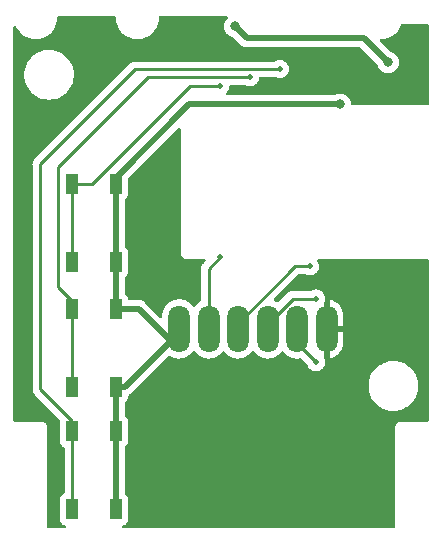
<source format=gbr>
%TF.GenerationSoftware,KiCad,Pcbnew,(6.0.5)*%
%TF.CreationDate,2023-02-05T19:42:25+01:00*%
%TF.ProjectId,PicoMemcard-rp2040zero,5069636f-4d65-46d6-9361-72642d727032,1.3.1*%
%TF.SameCoordinates,Original*%
%TF.FileFunction,Copper,L2,Bot*%
%TF.FilePolarity,Positive*%
%FSLAX46Y46*%
G04 Gerber Fmt 4.6, Leading zero omitted, Abs format (unit mm)*
G04 Created by KiCad (PCBNEW (6.0.5)) date 2023-02-05 19:42:25*
%MOMM*%
%LPD*%
G01*
G04 APERTURE LIST*
%TA.AperFunction,SMDPad,CuDef*%
%ADD10R,1.000000X1.700000*%
%TD*%
%TA.AperFunction,SMDPad,CuDef*%
%ADD11O,1.800000X4.000000*%
%TD*%
%TA.AperFunction,ViaPad*%
%ADD12C,0.800000*%
%TD*%
%TA.AperFunction,ViaPad*%
%ADD13C,0.500000*%
%TD*%
%TA.AperFunction,Conductor*%
%ADD14C,0.254000*%
%TD*%
%TA.AperFunction,Conductor*%
%ADD15C,0.500000*%
%TD*%
G04 APERTURE END LIST*
D10*
%TO.P,3,1,A*%
%TO.N,+3V3*%
X140026000Y-112520000D03*
%TO.P,3,2,B*%
X140026000Y-105920000D03*
%TO.P,3,3,C*%
%TO.N,GP28*%
X136326000Y-112520000D03*
%TO.P,3,4,D*%
X136326000Y-105920000D03*
%TD*%
%TO.P,1,1,A*%
%TO.N,+3V3*%
X140026000Y-91570000D03*
%TO.P,1,2,B*%
X140026000Y-84970000D03*
%TO.P,1,3,C*%
%TO.N,GP26*%
X136326000Y-91570000D03*
%TO.P,1,4,D*%
X136326000Y-84970000D03*
%TD*%
%TO.P,2,1,A*%
%TO.N,+3V3*%
X140026000Y-102160000D03*
%TO.P,2,2,B*%
X140026000Y-95560000D03*
%TO.P,2,3,C*%
%TO.N,GP27*%
X136326000Y-102160000D03*
%TO.P,2,4,D*%
X136326000Y-95560000D03*
%TD*%
D11*
%TO.P,J2,1,Pin_1*%
%TO.N,+3V3*%
X145372000Y-97248000D03*
%TO.P,J2,2,Pin_2*%
%TO.N,CS*%
X147872000Y-97248000D03*
%TO.P,J2,3,Pin_3*%
%TO.N,MOSI*%
X150372000Y-97248000D03*
%TO.P,J2,4,Pin_4*%
%TO.N,SCK*%
X152872000Y-97248000D03*
%TO.P,J2,5,Pin_5*%
%TO.N,MISO*%
X155372000Y-97248000D03*
%TO.P,J2,6,Pin_6*%
%TO.N,GND*%
X157872000Y-97248000D03*
%TD*%
D12*
%TO.N,GND*%
X133096000Y-80772000D03*
X146050000Y-111252000D03*
X142240000Y-92964000D03*
X141478000Y-73914000D03*
X161544000Y-75184000D03*
X156464000Y-102616000D03*
X146304000Y-72136000D03*
X163830000Y-96520000D03*
D13*
%TO.N,GP26*%
X148844000Y-76708000D03*
%TO.N,GP27*%
X151384000Y-75946000D03*
%TO.N,GP28*%
X153924000Y-75252500D03*
%TO.N,MISO*%
X156972000Y-100076000D03*
D12*
%TO.N,+5V*%
X163068000Y-74676000D03*
X150114000Y-71628000D03*
D13*
%TO.N,CS*%
X148844000Y-91186000D03*
%TO.N,SCK*%
X156972000Y-94673500D03*
%TO.N,MOSI*%
X156464000Y-91948000D03*
D12*
%TO.N,+3V3*%
X159004000Y-78232000D03*
%TD*%
D14*
%TO.N,GP26*%
X136326000Y-84970000D02*
X138042000Y-84970000D01*
X138042000Y-84970000D02*
X146304000Y-76708000D01*
X136326000Y-84970000D02*
X136326000Y-91570000D01*
X146304000Y-76708000D02*
X148844000Y-76708000D01*
%TO.N,GP27*%
X135128000Y-93726000D02*
X136326000Y-94924000D01*
X142748000Y-75946000D02*
X135128000Y-83566000D01*
X151384000Y-75946000D02*
X142748000Y-75946000D01*
X136326000Y-95560000D02*
X136326000Y-102160000D01*
X135128000Y-83566000D02*
X135128000Y-93726000D01*
%TO.N,GP28*%
X141663500Y-75252500D02*
X133604000Y-83312000D01*
X136326000Y-105084000D02*
X136326000Y-105920000D01*
X136326000Y-105920000D02*
X136326000Y-112520000D01*
X133604000Y-83312000D02*
X133604000Y-102362000D01*
X133604000Y-102362000D02*
X136326000Y-105084000D01*
X153924000Y-75252500D02*
X141663500Y-75252500D01*
%TO.N,MISO*%
X156972000Y-100076000D02*
X155372000Y-98476000D01*
D15*
%TO.N,+5V*%
X151130000Y-72644000D02*
X150114000Y-71628000D01*
X163068000Y-74676000D02*
X161036000Y-72644000D01*
X161036000Y-72644000D02*
X151130000Y-72644000D01*
D14*
%TO.N,CS*%
X147872000Y-92158000D02*
X147872000Y-97248000D01*
X148844000Y-91186000D02*
X147872000Y-92158000D01*
%TO.N,SCK*%
X156972000Y-94673500D02*
X154992500Y-94673500D01*
X154992500Y-94673500D02*
X152872000Y-96794000D01*
%TO.N,MOSI*%
X150372000Y-96794000D02*
X150372000Y-97248000D01*
X156464000Y-91948000D02*
X155218000Y-91948000D01*
X155218000Y-91948000D02*
X150372000Y-96794000D01*
D15*
%TO.N,+3V3*%
X140026000Y-91570000D02*
X140026000Y-95560000D01*
X140770000Y-102160000D02*
X140026000Y-102160000D01*
X140026000Y-95560000D02*
X141950000Y-95560000D01*
X146234419Y-78232000D02*
X140026000Y-84440419D01*
X140026000Y-102160000D02*
X140026000Y-105920000D01*
X144660000Y-98270000D02*
X140770000Y-102160000D01*
X140026000Y-105920000D02*
X140026000Y-112520000D01*
X141950000Y-95560000D02*
X144660000Y-98270000D01*
X159004000Y-78232000D02*
X146234419Y-78232000D01*
X140026000Y-84970000D02*
X140026000Y-91570000D01*
%TD*%
%TA.AperFunction,Conductor*%
%TO.N,GND*%
G36*
X139980235Y-70770002D02*
G01*
X140026728Y-70823658D01*
X140038105Y-70877535D01*
X140038008Y-70885475D01*
X140036627Y-70894346D01*
X140037448Y-70900622D01*
X140037198Y-70900622D01*
X140055653Y-71158656D01*
X140110642Y-71411437D01*
X140112209Y-71415639D01*
X140112211Y-71415645D01*
X140172155Y-71576360D01*
X140201046Y-71653819D01*
X140203197Y-71657759D01*
X140203201Y-71657767D01*
X140290656Y-71817928D01*
X140325024Y-71880869D01*
X140480053Y-72087963D01*
X140662977Y-72270887D01*
X140870071Y-72425916D01*
X140874025Y-72428075D01*
X141093173Y-72547739D01*
X141093181Y-72547743D01*
X141097121Y-72549894D01*
X141101333Y-72551465D01*
X141335295Y-72638729D01*
X141335301Y-72638731D01*
X141339503Y-72640298D01*
X141343889Y-72641252D01*
X141343892Y-72641253D01*
X141494027Y-72673913D01*
X141592284Y-72695287D01*
X141850318Y-72713742D01*
X141854806Y-72713421D01*
X141855967Y-72713338D01*
X142108352Y-72695287D01*
X142206609Y-72673913D01*
X142356744Y-72641253D01*
X142356747Y-72641252D01*
X142361133Y-72640298D01*
X142365335Y-72638731D01*
X142365341Y-72638729D01*
X142599303Y-72551465D01*
X142603515Y-72549894D01*
X142607455Y-72547743D01*
X142607463Y-72547739D01*
X142826611Y-72428075D01*
X142830565Y-72425916D01*
X143037659Y-72270887D01*
X143220583Y-72087963D01*
X143375612Y-71880869D01*
X143409980Y-71817928D01*
X143497435Y-71657767D01*
X143497439Y-71657759D01*
X143499590Y-71653819D01*
X143528481Y-71576360D01*
X143588425Y-71415645D01*
X143588427Y-71415639D01*
X143589994Y-71411437D01*
X143644983Y-71158656D01*
X143661110Y-70933166D01*
X143662536Y-70921251D01*
X143663087Y-70917977D01*
X143663088Y-70917963D01*
X143663894Y-70913174D01*
X143663968Y-70907135D01*
X143663988Y-70905487D01*
X143663988Y-70905483D01*
X143664047Y-70900622D01*
X143663357Y-70895802D01*
X143663079Y-70893860D01*
X143663184Y-70893136D01*
X143663041Y-70890947D01*
X143663504Y-70890917D01*
X143673223Y-70823592D01*
X143719747Y-70769963D01*
X143787807Y-70750000D01*
X149399048Y-70750000D01*
X149467169Y-70770002D01*
X149513662Y-70823658D01*
X149523766Y-70893932D01*
X149492684Y-70960310D01*
X149398406Y-71065017D01*
X149374960Y-71091056D01*
X149279473Y-71256444D01*
X149220458Y-71438072D01*
X149219768Y-71444633D01*
X149219768Y-71444635D01*
X149204966Y-71585471D01*
X149200496Y-71628000D01*
X149201186Y-71634565D01*
X149215258Y-71768449D01*
X149220458Y-71817928D01*
X149279473Y-71999556D01*
X149374960Y-72164944D01*
X149379378Y-72169851D01*
X149379379Y-72169852D01*
X149469604Y-72270057D01*
X149502747Y-72306866D01*
X149657248Y-72419118D01*
X149663276Y-72421802D01*
X149663278Y-72421803D01*
X149825681Y-72494109D01*
X149831712Y-72496794D01*
X149838167Y-72498166D01*
X149838176Y-72498169D01*
X149894772Y-72510199D01*
X149957669Y-72544350D01*
X150546230Y-73132911D01*
X150558616Y-73147323D01*
X150567149Y-73158918D01*
X150567154Y-73158923D01*
X150571492Y-73164818D01*
X150577070Y-73169557D01*
X150577073Y-73169560D01*
X150611768Y-73199035D01*
X150619284Y-73205965D01*
X150624979Y-73211660D01*
X150627861Y-73213940D01*
X150647251Y-73229281D01*
X150650655Y-73232072D01*
X150700703Y-73274591D01*
X150706285Y-73279333D01*
X150712801Y-73282661D01*
X150717850Y-73286028D01*
X150722979Y-73289195D01*
X150728716Y-73293734D01*
X150794875Y-73324655D01*
X150798769Y-73326558D01*
X150863808Y-73359769D01*
X150870916Y-73361508D01*
X150876559Y-73363607D01*
X150882322Y-73365524D01*
X150888950Y-73368622D01*
X150896112Y-73370112D01*
X150896113Y-73370112D01*
X150960412Y-73383486D01*
X150964696Y-73384456D01*
X151035610Y-73401808D01*
X151041212Y-73402156D01*
X151041215Y-73402156D01*
X151046764Y-73402500D01*
X151046762Y-73402536D01*
X151050755Y-73402775D01*
X151054947Y-73403149D01*
X151062115Y-73404640D01*
X151139520Y-73402546D01*
X151142928Y-73402500D01*
X160669629Y-73402500D01*
X160737750Y-73422502D01*
X160758724Y-73439405D01*
X162147875Y-74828556D01*
X162178613Y-74878714D01*
X162233473Y-75047556D01*
X162328960Y-75212944D01*
X162333378Y-75217851D01*
X162333379Y-75217852D01*
X162387287Y-75277723D01*
X162456747Y-75354866D01*
X162555843Y-75426864D01*
X162577124Y-75442325D01*
X162611248Y-75467118D01*
X162617276Y-75469802D01*
X162617278Y-75469803D01*
X162779681Y-75542109D01*
X162785712Y-75544794D01*
X162879113Y-75564647D01*
X162966056Y-75583128D01*
X162966061Y-75583128D01*
X162972513Y-75584500D01*
X163163487Y-75584500D01*
X163169939Y-75583128D01*
X163169944Y-75583128D01*
X163256887Y-75564647D01*
X163350288Y-75544794D01*
X163356319Y-75542109D01*
X163518722Y-75469803D01*
X163518724Y-75469802D01*
X163524752Y-75467118D01*
X163558877Y-75442325D01*
X163580157Y-75426864D01*
X163679253Y-75354866D01*
X163748713Y-75277723D01*
X163802621Y-75217852D01*
X163802622Y-75217851D01*
X163807040Y-75212944D01*
X163902527Y-75047556D01*
X163961542Y-74865928D01*
X163981504Y-74676000D01*
X163976619Y-74629523D01*
X163962232Y-74492635D01*
X163962232Y-74492633D01*
X163961542Y-74486072D01*
X163902527Y-74304444D01*
X163890297Y-74283260D01*
X163810341Y-74144774D01*
X163807040Y-74139056D01*
X163679253Y-73997134D01*
X163524752Y-73884882D01*
X163518724Y-73882198D01*
X163518722Y-73882197D01*
X163356319Y-73809891D01*
X163356318Y-73809891D01*
X163350288Y-73807206D01*
X163343833Y-73805834D01*
X163343824Y-73805831D01*
X163287228Y-73793801D01*
X163224331Y-73759650D01*
X162391317Y-72926636D01*
X162357291Y-72864324D01*
X162362356Y-72793509D01*
X162404903Y-72736673D01*
X162471382Y-72711865D01*
X162552600Y-72706030D01*
X162704425Y-72695123D01*
X162704432Y-72695122D01*
X162708914Y-72694800D01*
X162961680Y-72639729D01*
X163102316Y-72587223D01*
X163199820Y-72550820D01*
X163199824Y-72550818D01*
X163204035Y-72549246D01*
X163431047Y-72425194D01*
X163583825Y-72310749D01*
X163634497Y-72272791D01*
X163634499Y-72272789D01*
X163638093Y-72270097D01*
X163820959Y-72087113D01*
X163882179Y-72005279D01*
X163973227Y-71883571D01*
X163973228Y-71883570D01*
X163975923Y-71879967D01*
X164099830Y-71652876D01*
X164109099Y-71628000D01*
X164160413Y-71490289D01*
X164202942Y-71433440D01*
X164269454Y-71408608D01*
X164278483Y-71408284D01*
X166415500Y-71408284D01*
X166483621Y-71428286D01*
X166530114Y-71481942D01*
X166541500Y-71534284D01*
X166541500Y-78175500D01*
X166521498Y-78243621D01*
X166467842Y-78290114D01*
X166415500Y-78301500D01*
X160038260Y-78301500D01*
X159970139Y-78281498D01*
X159923646Y-78227842D01*
X159912950Y-78188671D01*
X159898232Y-78048634D01*
X159898231Y-78048631D01*
X159897542Y-78042072D01*
X159838527Y-77860444D01*
X159815807Y-77821091D01*
X159780253Y-77759511D01*
X159743040Y-77695056D01*
X159718356Y-77667641D01*
X159619675Y-77558045D01*
X159619674Y-77558044D01*
X159615253Y-77553134D01*
X159481160Y-77455709D01*
X159466094Y-77444763D01*
X159466093Y-77444762D01*
X159460752Y-77440882D01*
X159454724Y-77438198D01*
X159454722Y-77438197D01*
X159292319Y-77365891D01*
X159292318Y-77365891D01*
X159286288Y-77363206D01*
X159192888Y-77343353D01*
X159105944Y-77324872D01*
X159105939Y-77324872D01*
X159099487Y-77323500D01*
X158908513Y-77323500D01*
X158902061Y-77324872D01*
X158902056Y-77324872D01*
X158815112Y-77343353D01*
X158721712Y-77363206D01*
X158715682Y-77365891D01*
X158715681Y-77365891D01*
X158553278Y-77438197D01*
X158553276Y-77438198D01*
X158547248Y-77440882D01*
X158541909Y-77444761D01*
X158541902Y-77444765D01*
X158535472Y-77449437D01*
X158461413Y-77473500D01*
X149455111Y-77473500D01*
X149386990Y-77453498D01*
X149340497Y-77399842D01*
X149330393Y-77329568D01*
X149359887Y-77264988D01*
X149368219Y-77256254D01*
X149428721Y-77198639D01*
X149522891Y-77056902D01*
X149583319Y-76897825D01*
X149607001Y-76729313D01*
X149607299Y-76708000D01*
X149608691Y-76708019D01*
X149623967Y-76644656D01*
X149675279Y-76595590D01*
X149733176Y-76581500D01*
X150932279Y-76581500D01*
X151001272Y-76602068D01*
X151026238Y-76618405D01*
X151039846Y-76627310D01*
X151046450Y-76629766D01*
X151046452Y-76629767D01*
X151114727Y-76655158D01*
X151199341Y-76686626D01*
X151368015Y-76709132D01*
X151375026Y-76708494D01*
X151375030Y-76708494D01*
X151530462Y-76694348D01*
X151537483Y-76693709D01*
X151544185Y-76691531D01*
X151544187Y-76691531D01*
X151692623Y-76643301D01*
X151692626Y-76643300D01*
X151699322Y-76641124D01*
X151845490Y-76553990D01*
X151850584Y-76549139D01*
X151850588Y-76549136D01*
X151958998Y-76445898D01*
X151968721Y-76436639D01*
X152062891Y-76294902D01*
X152123319Y-76135825D01*
X152142904Y-75996465D01*
X152172192Y-75931791D01*
X152231796Y-75893217D01*
X152267678Y-75888000D01*
X153472279Y-75888000D01*
X153541272Y-75908568D01*
X153579846Y-75933810D01*
X153586450Y-75936266D01*
X153586452Y-75936267D01*
X153622844Y-75949801D01*
X153739341Y-75993126D01*
X153908015Y-76015632D01*
X153915026Y-76014994D01*
X153915030Y-76014994D01*
X154070462Y-76000848D01*
X154077483Y-76000209D01*
X154084185Y-75998031D01*
X154084187Y-75998031D01*
X154232623Y-75949801D01*
X154232626Y-75949800D01*
X154239322Y-75947624D01*
X154385490Y-75860490D01*
X154390584Y-75855639D01*
X154390588Y-75855636D01*
X154457833Y-75791599D01*
X154508721Y-75743139D01*
X154602891Y-75601402D01*
X154663319Y-75442325D01*
X154687001Y-75273813D01*
X154687299Y-75252500D01*
X154668331Y-75083392D01*
X154657845Y-75053279D01*
X154614686Y-74929346D01*
X154612368Y-74922689D01*
X154522192Y-74778379D01*
X154510731Y-74766837D01*
X154407248Y-74662629D01*
X154402286Y-74657632D01*
X154393809Y-74652252D01*
X154342335Y-74619586D01*
X154258608Y-74566451D01*
X154098300Y-74509368D01*
X153929329Y-74489220D01*
X153922326Y-74489956D01*
X153922325Y-74489956D01*
X153767101Y-74506270D01*
X153767097Y-74506271D01*
X153760093Y-74507007D01*
X153753422Y-74509278D01*
X153605673Y-74559575D01*
X153605670Y-74559576D01*
X153599003Y-74561846D01*
X153539721Y-74598317D01*
X153473698Y-74617000D01*
X141742520Y-74617000D01*
X141731286Y-74616470D01*
X141723781Y-74614792D01*
X141656071Y-74616920D01*
X141655488Y-74616938D01*
X141651531Y-74617000D01*
X141623517Y-74617000D01*
X141619592Y-74617496D01*
X141619591Y-74617496D01*
X141619496Y-74617508D01*
X141607651Y-74618441D01*
X141577830Y-74619378D01*
X141571218Y-74619586D01*
X141571217Y-74619586D01*
X141563295Y-74619835D01*
X141543752Y-74625513D01*
X141524388Y-74629523D01*
X141512060Y-74631080D01*
X141512058Y-74631080D01*
X141504201Y-74632073D01*
X141496837Y-74634989D01*
X141496832Y-74634990D01*
X141462944Y-74648407D01*
X141451715Y-74652252D01*
X141437741Y-74656312D01*
X141409107Y-74664631D01*
X141402281Y-74668668D01*
X141391591Y-74674990D01*
X141373841Y-74683687D01*
X141354912Y-74691181D01*
X141348496Y-74695842D01*
X141348495Y-74695843D01*
X141319019Y-74717259D01*
X141309095Y-74723778D01*
X141277724Y-74742330D01*
X141277719Y-74742334D01*
X141270901Y-74746366D01*
X141256514Y-74760753D01*
X141241480Y-74773594D01*
X141225013Y-74785558D01*
X141219960Y-74791666D01*
X141196728Y-74819749D01*
X141188738Y-74828529D01*
X133210517Y-82806750D01*
X133202191Y-82814326D01*
X133195697Y-82818447D01*
X133190274Y-82824222D01*
X133148915Y-82868265D01*
X133146160Y-82871107D01*
X133126361Y-82890906D01*
X133123937Y-82894031D01*
X133123929Y-82894040D01*
X133123863Y-82894126D01*
X133116155Y-82903151D01*
X133085783Y-82935494D01*
X133081965Y-82942438D01*
X133081964Y-82942440D01*
X133075978Y-82953329D01*
X133065127Y-82969847D01*
X133052650Y-82985933D01*
X133035024Y-83026666D01*
X133029807Y-83037314D01*
X133008431Y-83076197D01*
X133006460Y-83083872D01*
X133006458Y-83083878D01*
X133003369Y-83095911D01*
X132996966Y-83114613D01*
X132988883Y-83133292D01*
X132987644Y-83141117D01*
X132981940Y-83177127D01*
X132979535Y-83188740D01*
X132968500Y-83231718D01*
X132968500Y-83252065D01*
X132966949Y-83271776D01*
X132963765Y-83291879D01*
X132964511Y-83299771D01*
X132967941Y-83336056D01*
X132968500Y-83347914D01*
X132968500Y-102282980D01*
X132967970Y-102294214D01*
X132966292Y-102301719D01*
X132966541Y-102309638D01*
X132968438Y-102370012D01*
X132968500Y-102373969D01*
X132968500Y-102401983D01*
X132968996Y-102405908D01*
X132968996Y-102405909D01*
X132969008Y-102406004D01*
X132969941Y-102417849D01*
X132971335Y-102462205D01*
X132973547Y-102469817D01*
X132977013Y-102481748D01*
X132981023Y-102501112D01*
X132983573Y-102521299D01*
X132986489Y-102528663D01*
X132986490Y-102528668D01*
X132999907Y-102562556D01*
X133003752Y-102573785D01*
X133016131Y-102616393D01*
X133020169Y-102623220D01*
X133020170Y-102623223D01*
X133026488Y-102633906D01*
X133035188Y-102651664D01*
X133039761Y-102663215D01*
X133039765Y-102663221D01*
X133042681Y-102670588D01*
X133047339Y-102676999D01*
X133047340Y-102677001D01*
X133068764Y-102706488D01*
X133075281Y-102716410D01*
X133093826Y-102747768D01*
X133093829Y-102747772D01*
X133097866Y-102754598D01*
X133112250Y-102768982D01*
X133125091Y-102784016D01*
X133137058Y-102800487D01*
X133143166Y-102805540D01*
X133171255Y-102828777D01*
X133180035Y-102836767D01*
X135280595Y-104937327D01*
X135314621Y-104999639D01*
X135317500Y-105026422D01*
X135317500Y-106818134D01*
X135324255Y-106880316D01*
X135375385Y-107016705D01*
X135462739Y-107133261D01*
X135579295Y-107220615D01*
X135606557Y-107230835D01*
X135608731Y-107231650D01*
X135665495Y-107274292D01*
X135690194Y-107340854D01*
X135690500Y-107349632D01*
X135690500Y-111090368D01*
X135670498Y-111158489D01*
X135616842Y-111204982D01*
X135608733Y-111208349D01*
X135579295Y-111219385D01*
X135462739Y-111306739D01*
X135375385Y-111423295D01*
X135324255Y-111559684D01*
X135317500Y-111621866D01*
X135317500Y-113418134D01*
X135324255Y-113480316D01*
X135375385Y-113616705D01*
X135462739Y-113733261D01*
X135579295Y-113820615D01*
X135587704Y-113823767D01*
X135587705Y-113823768D01*
X135704408Y-113867518D01*
X135761173Y-113910159D01*
X135785873Y-113976721D01*
X135770666Y-114046070D01*
X135720380Y-114096188D01*
X135660179Y-114111500D01*
X134334500Y-114111500D01*
X134266379Y-114091498D01*
X134219886Y-114037842D01*
X134208500Y-113985500D01*
X134208500Y-105608623D01*
X134208502Y-105607853D01*
X134208800Y-105559102D01*
X134208976Y-105530279D01*
X134200850Y-105501847D01*
X134197272Y-105485085D01*
X134194352Y-105464698D01*
X134193080Y-105455813D01*
X134182451Y-105432436D01*
X134176004Y-105414913D01*
X134171416Y-105398862D01*
X134168949Y-105390229D01*
X134164156Y-105382632D01*
X134153170Y-105365220D01*
X134145030Y-105350135D01*
X134142564Y-105344711D01*
X134132792Y-105323218D01*
X134116030Y-105303765D01*
X134104927Y-105288761D01*
X134091224Y-105267042D01*
X134084499Y-105261103D01*
X134084496Y-105261099D01*
X134069062Y-105247468D01*
X134057018Y-105235276D01*
X134043573Y-105219673D01*
X134043570Y-105219671D01*
X134037713Y-105212873D01*
X134024009Y-105203990D01*
X134016165Y-105198906D01*
X134001291Y-105187615D01*
X133988783Y-105176569D01*
X133988782Y-105176568D01*
X133982049Y-105170622D01*
X133955287Y-105158057D01*
X133940309Y-105149737D01*
X133923017Y-105138529D01*
X133923012Y-105138527D01*
X133915485Y-105133648D01*
X133906892Y-105131078D01*
X133906887Y-105131076D01*
X133890880Y-105126289D01*
X133873436Y-105119628D01*
X133858324Y-105112533D01*
X133858322Y-105112532D01*
X133850200Y-105108719D01*
X133841333Y-105107338D01*
X133841332Y-105107338D01*
X133830478Y-105105648D01*
X133820983Y-105104170D01*
X133804268Y-105100387D01*
X133784534Y-105094485D01*
X133784528Y-105094484D01*
X133775934Y-105091914D01*
X133766963Y-105091859D01*
X133766962Y-105091859D01*
X133756903Y-105091798D01*
X133741494Y-105091704D01*
X133740711Y-105091671D01*
X133739614Y-105091500D01*
X133708623Y-105091500D01*
X133707853Y-105091498D01*
X133634215Y-105091048D01*
X133634214Y-105091048D01*
X133630279Y-105091024D01*
X133628935Y-105091408D01*
X133627590Y-105091500D01*
X131484500Y-105091500D01*
X131416379Y-105071498D01*
X131369886Y-105017842D01*
X131358500Y-104965500D01*
X131358500Y-75862703D01*
X132260743Y-75862703D01*
X132261302Y-75866947D01*
X132261302Y-75866951D01*
X132270104Y-75933810D01*
X132298268Y-76147734D01*
X132374129Y-76425036D01*
X132375813Y-76428984D01*
X132467806Y-76644656D01*
X132486923Y-76689476D01*
X132634561Y-76936161D01*
X132814313Y-77160528D01*
X132831397Y-77176740D01*
X132987496Y-77324872D01*
X133022851Y-77358423D01*
X133256317Y-77526186D01*
X133260112Y-77528195D01*
X133260113Y-77528196D01*
X133281869Y-77539715D01*
X133510392Y-77660712D01*
X133780373Y-77759511D01*
X134061264Y-77820755D01*
X134089841Y-77823004D01*
X134284282Y-77838307D01*
X134284291Y-77838307D01*
X134286739Y-77838500D01*
X134442271Y-77838500D01*
X134444407Y-77838354D01*
X134444418Y-77838354D01*
X134652548Y-77824165D01*
X134652554Y-77824164D01*
X134656825Y-77823873D01*
X134661020Y-77823004D01*
X134661022Y-77823004D01*
X134797584Y-77794723D01*
X134938342Y-77765574D01*
X135209343Y-77669607D01*
X135464812Y-77537750D01*
X135468313Y-77535289D01*
X135468317Y-77535287D01*
X135661035Y-77399842D01*
X135700023Y-77372441D01*
X135910622Y-77176740D01*
X136092713Y-76954268D01*
X136242927Y-76709142D01*
X136358483Y-76445898D01*
X136437244Y-76169406D01*
X136477751Y-75884784D01*
X136477845Y-75866951D01*
X136479235Y-75601583D01*
X136479235Y-75601576D01*
X136479257Y-75597297D01*
X136472526Y-75546166D01*
X136457936Y-75435345D01*
X136441732Y-75312266D01*
X136431213Y-75273813D01*
X136370881Y-75053279D01*
X136365871Y-75034964D01*
X136299225Y-74878715D01*
X136254763Y-74774476D01*
X136254761Y-74774472D01*
X136253077Y-74770524D01*
X136164215Y-74622047D01*
X136107643Y-74527521D01*
X136107640Y-74527517D01*
X136105439Y-74523839D01*
X135925687Y-74299472D01*
X135717149Y-74101577D01*
X135483683Y-73933814D01*
X135461843Y-73922250D01*
X135438654Y-73909972D01*
X135229608Y-73799288D01*
X134959627Y-73700489D01*
X134678736Y-73639245D01*
X134647685Y-73636801D01*
X134455718Y-73621693D01*
X134455709Y-73621693D01*
X134453261Y-73621500D01*
X134297729Y-73621500D01*
X134295593Y-73621646D01*
X134295582Y-73621646D01*
X134087452Y-73635835D01*
X134087446Y-73635836D01*
X134083175Y-73636127D01*
X134078980Y-73636996D01*
X134078978Y-73636996D01*
X133942417Y-73665276D01*
X133801658Y-73694426D01*
X133530657Y-73790393D01*
X133275188Y-73922250D01*
X133271687Y-73924711D01*
X133271683Y-73924713D01*
X133261594Y-73931804D01*
X133039977Y-74087559D01*
X132829378Y-74283260D01*
X132647287Y-74505732D01*
X132497073Y-74750858D01*
X132495347Y-74754791D01*
X132495346Y-74754792D01*
X132466832Y-74819749D01*
X132381517Y-75014102D01*
X132302756Y-75290594D01*
X132262249Y-75575216D01*
X132262227Y-75579505D01*
X132262226Y-75579512D01*
X132260780Y-75855636D01*
X132260743Y-75862703D01*
X131358500Y-75862703D01*
X131358500Y-71701078D01*
X131378502Y-71632957D01*
X131432158Y-71586464D01*
X131502432Y-71576360D01*
X131567012Y-71605854D01*
X131599111Y-71648729D01*
X131599280Y-71649099D01*
X131600856Y-71653324D01*
X131603018Y-71657282D01*
X131603018Y-71657283D01*
X131716727Y-71865498D01*
X131724868Y-71880406D01*
X131727567Y-71884010D01*
X131727567Y-71884011D01*
X131876931Y-72083507D01*
X131879939Y-72087525D01*
X132062910Y-72270465D01*
X132066511Y-72273160D01*
X132066512Y-72273161D01*
X132111546Y-72306866D01*
X132270056Y-72425500D01*
X132273999Y-72427652D01*
X132274003Y-72427655D01*
X132493210Y-72547317D01*
X132497160Y-72549473D01*
X132501378Y-72551045D01*
X132501381Y-72551047D01*
X132735377Y-72638288D01*
X132735381Y-72638289D01*
X132739597Y-72639861D01*
X132743994Y-72640817D01*
X132743998Y-72640818D01*
X132988030Y-72693866D01*
X132988036Y-72693867D01*
X132992430Y-72694822D01*
X133250512Y-72713238D01*
X133255003Y-72712916D01*
X133255006Y-72712916D01*
X133504096Y-72695055D01*
X133508587Y-72694733D01*
X133761402Y-72639685D01*
X133998896Y-72551047D01*
X133999593Y-72550787D01*
X133999596Y-72550786D01*
X134003807Y-72549214D01*
X134007750Y-72547060D01*
X134007754Y-72547058D01*
X134225538Y-72428075D01*
X134230868Y-72425163D01*
X134234470Y-72422465D01*
X134234475Y-72422462D01*
X134423892Y-72280595D01*
X134437961Y-72270057D01*
X134441139Y-72266877D01*
X134441144Y-72266873D01*
X134617688Y-72090237D01*
X134617690Y-72090234D01*
X134620869Y-72087054D01*
X134771665Y-71885500D01*
X134773173Y-71883485D01*
X134773175Y-71883481D01*
X134775869Y-71879881D01*
X134873436Y-71701078D01*
X134897648Y-71656707D01*
X134897650Y-71656703D01*
X134899803Y-71652757D01*
X134982141Y-71431794D01*
X134988576Y-71414526D01*
X134988577Y-71414523D01*
X134990149Y-71410304D01*
X135045066Y-71157462D01*
X135061122Y-70931912D01*
X135062543Y-70919996D01*
X135062799Y-70918476D01*
X135063898Y-70911928D01*
X135063961Y-70906665D01*
X135063989Y-70904247D01*
X135064047Y-70899376D01*
X135063260Y-70893895D01*
X135063295Y-70893650D01*
X135063037Y-70889701D01*
X135063872Y-70889646D01*
X135073384Y-70823625D01*
X135119893Y-70769982D01*
X135187983Y-70750000D01*
X139912114Y-70750000D01*
X139980235Y-70770002D01*
G37*
%TD.AperFunction*%
%TA.AperFunction,Conductor*%
G36*
X166483621Y-91338502D02*
G01*
X166530114Y-91392158D01*
X166541500Y-91444500D01*
X166541500Y-104965500D01*
X166521498Y-105033621D01*
X166467842Y-105080114D01*
X166415500Y-105091500D01*
X164208623Y-105091500D01*
X164207853Y-105091498D01*
X164207037Y-105091493D01*
X164130279Y-105091024D01*
X164107918Y-105097415D01*
X164101847Y-105099150D01*
X164085085Y-105102728D01*
X164055813Y-105106920D01*
X164047645Y-105110634D01*
X164047644Y-105110634D01*
X164032438Y-105117548D01*
X164014914Y-105123996D01*
X163990229Y-105131051D01*
X163982635Y-105135843D01*
X163982632Y-105135844D01*
X163965220Y-105146830D01*
X163950137Y-105154969D01*
X163923218Y-105167208D01*
X163916416Y-105173069D01*
X163903765Y-105183970D01*
X163888761Y-105195073D01*
X163867042Y-105208776D01*
X163861103Y-105215501D01*
X163861099Y-105215504D01*
X163847468Y-105230938D01*
X163835276Y-105242982D01*
X163819673Y-105256427D01*
X163819671Y-105256430D01*
X163812873Y-105262287D01*
X163807993Y-105269816D01*
X163807992Y-105269817D01*
X163798906Y-105283835D01*
X163787615Y-105298709D01*
X163776569Y-105311217D01*
X163770622Y-105317951D01*
X163764312Y-105331391D01*
X163758058Y-105344711D01*
X163749737Y-105359691D01*
X163738529Y-105376983D01*
X163738527Y-105376988D01*
X163733648Y-105384515D01*
X163731078Y-105393108D01*
X163731076Y-105393113D01*
X163726289Y-105409120D01*
X163719628Y-105426564D01*
X163712533Y-105441676D01*
X163708719Y-105449800D01*
X163707338Y-105458667D01*
X163707338Y-105458668D01*
X163704170Y-105479015D01*
X163700387Y-105495732D01*
X163694485Y-105515466D01*
X163694484Y-105515472D01*
X163691914Y-105524066D01*
X163691859Y-105533037D01*
X163691859Y-105533038D01*
X163691704Y-105558497D01*
X163691671Y-105559289D01*
X163691500Y-105560386D01*
X163691500Y-105591377D01*
X163691498Y-105592147D01*
X163691024Y-105669721D01*
X163691408Y-105671065D01*
X163691500Y-105672410D01*
X163691500Y-113985500D01*
X163671498Y-114053621D01*
X163617842Y-114100114D01*
X163565500Y-114111500D01*
X140691821Y-114111500D01*
X140623700Y-114091498D01*
X140577207Y-114037842D01*
X140567103Y-113967568D01*
X140596597Y-113902988D01*
X140647592Y-113867518D01*
X140764295Y-113823768D01*
X140764296Y-113823767D01*
X140772705Y-113820615D01*
X140889261Y-113733261D01*
X140976615Y-113616705D01*
X141027745Y-113480316D01*
X141034500Y-113418134D01*
X141034500Y-111621866D01*
X141027745Y-111559684D01*
X140976615Y-111423295D01*
X140889261Y-111306739D01*
X140834935Y-111266024D01*
X140792420Y-111209165D01*
X140784500Y-111165198D01*
X140784500Y-107274802D01*
X140804502Y-107206681D01*
X140834935Y-107173976D01*
X140882081Y-107138642D01*
X140889261Y-107133261D01*
X140976615Y-107016705D01*
X141027745Y-106880316D01*
X141034500Y-106818134D01*
X141034500Y-105021866D01*
X141027745Y-104959684D01*
X140976615Y-104823295D01*
X140889261Y-104706739D01*
X140834935Y-104666024D01*
X140792420Y-104609165D01*
X140784500Y-104565198D01*
X140784500Y-103514802D01*
X140804502Y-103446681D01*
X140834935Y-103413976D01*
X140882081Y-103378642D01*
X140889261Y-103373261D01*
X140976615Y-103256705D01*
X141027745Y-103120316D01*
X141034500Y-103058134D01*
X141034500Y-102958481D01*
X141054502Y-102890360D01*
X141104085Y-102845816D01*
X141105050Y-102845333D01*
X141111937Y-102842833D01*
X141172976Y-102802814D01*
X141176680Y-102800477D01*
X141239107Y-102762595D01*
X141247484Y-102755197D01*
X141247508Y-102755224D01*
X141250500Y-102752571D01*
X141253733Y-102749868D01*
X141259852Y-102745856D01*
X141313128Y-102689617D01*
X141315506Y-102687175D01*
X141799978Y-102202703D01*
X161420743Y-102202703D01*
X161458268Y-102487734D01*
X161534129Y-102765036D01*
X161535811Y-102768980D01*
X161535812Y-102768982D01*
X161633197Y-102997295D01*
X161646923Y-103029476D01*
X161666108Y-103061531D01*
X161787218Y-103263891D01*
X161794561Y-103276161D01*
X161974313Y-103500528D01*
X162182851Y-103698423D01*
X162416317Y-103866186D01*
X162420112Y-103868195D01*
X162420113Y-103868196D01*
X162441869Y-103879715D01*
X162670392Y-104000712D01*
X162940373Y-104099511D01*
X163221264Y-104160755D01*
X163249841Y-104163004D01*
X163444282Y-104178307D01*
X163444291Y-104178307D01*
X163446739Y-104178500D01*
X163602271Y-104178500D01*
X163604407Y-104178354D01*
X163604418Y-104178354D01*
X163812548Y-104164165D01*
X163812554Y-104164164D01*
X163816825Y-104163873D01*
X163821020Y-104163004D01*
X163821022Y-104163004D01*
X163957584Y-104134723D01*
X164098342Y-104105574D01*
X164369343Y-104009607D01*
X164624812Y-103877750D01*
X164628313Y-103875289D01*
X164628317Y-103875287D01*
X164829924Y-103733595D01*
X164860023Y-103712441D01*
X165070622Y-103516740D01*
X165252713Y-103294268D01*
X165402927Y-103049142D01*
X165518483Y-102785898D01*
X165527229Y-102755197D01*
X165596068Y-102513534D01*
X165597244Y-102509406D01*
X165637751Y-102224784D01*
X165637845Y-102206951D01*
X165639235Y-101941583D01*
X165639235Y-101941576D01*
X165639257Y-101937297D01*
X165601732Y-101652266D01*
X165525871Y-101374964D01*
X165413077Y-101110524D01*
X165291622Y-100907588D01*
X165267643Y-100867521D01*
X165267640Y-100867517D01*
X165265439Y-100863839D01*
X165085687Y-100639472D01*
X164877149Y-100441577D01*
X164643683Y-100273814D01*
X164628595Y-100265825D01*
X164569808Y-100234699D01*
X164389608Y-100139288D01*
X164119627Y-100040489D01*
X163838736Y-99979245D01*
X163807685Y-99976801D01*
X163615718Y-99961693D01*
X163615709Y-99961693D01*
X163613261Y-99961500D01*
X163457729Y-99961500D01*
X163455593Y-99961646D01*
X163455582Y-99961646D01*
X163247452Y-99975835D01*
X163247446Y-99975836D01*
X163243175Y-99976127D01*
X163238980Y-99976996D01*
X163238978Y-99976996D01*
X163102417Y-100005276D01*
X162961658Y-100034426D01*
X162690657Y-100130393D01*
X162435188Y-100262250D01*
X162431687Y-100264711D01*
X162431683Y-100264713D01*
X162430101Y-100265825D01*
X162199977Y-100427559D01*
X162184892Y-100441577D01*
X162071673Y-100546787D01*
X161989378Y-100623260D01*
X161807287Y-100845732D01*
X161657073Y-101090858D01*
X161541517Y-101354102D01*
X161462756Y-101630594D01*
X161422249Y-101915216D01*
X161422227Y-101919505D01*
X161422226Y-101919512D01*
X161421287Y-102098767D01*
X161420743Y-102202703D01*
X141799978Y-102202703D01*
X144450460Y-99552221D01*
X144512772Y-99518195D01*
X144583587Y-99523260D01*
X144614768Y-99540227D01*
X144622820Y-99546218D01*
X144622823Y-99546220D01*
X144627100Y-99549402D01*
X144840172Y-99657733D01*
X144954312Y-99693174D01*
X145063349Y-99727032D01*
X145063355Y-99727033D01*
X145068452Y-99728616D01*
X145195883Y-99745506D01*
X145300127Y-99759323D01*
X145300131Y-99759323D01*
X145305411Y-99760023D01*
X145310740Y-99759823D01*
X145310741Y-99759823D01*
X145408509Y-99756152D01*
X145544274Y-99751055D01*
X145646189Y-99729671D01*
X145772984Y-99703067D01*
X145772987Y-99703066D01*
X145778211Y-99701970D01*
X146000533Y-99614171D01*
X146204883Y-99490168D01*
X146385419Y-99333507D01*
X146424715Y-99285582D01*
X146526284Y-99161710D01*
X146584944Y-99121715D01*
X146655914Y-99119784D01*
X146716662Y-99156528D01*
X146728236Y-99171232D01*
X146770334Y-99233762D01*
X146935326Y-99406718D01*
X147127100Y-99549402D01*
X147131851Y-99551818D01*
X147131855Y-99551820D01*
X147309731Y-99642256D01*
X147340172Y-99657733D01*
X147454312Y-99693174D01*
X147563349Y-99727032D01*
X147563355Y-99727033D01*
X147568452Y-99728616D01*
X147695883Y-99745506D01*
X147800127Y-99759323D01*
X147800131Y-99759323D01*
X147805411Y-99760023D01*
X147810740Y-99759823D01*
X147810741Y-99759823D01*
X147908509Y-99756152D01*
X148044274Y-99751055D01*
X148146189Y-99729671D01*
X148272984Y-99703067D01*
X148272987Y-99703066D01*
X148278211Y-99701970D01*
X148500533Y-99614171D01*
X148704883Y-99490168D01*
X148885419Y-99333507D01*
X148924715Y-99285582D01*
X149026284Y-99161710D01*
X149084944Y-99121715D01*
X149155914Y-99119784D01*
X149216662Y-99156528D01*
X149228236Y-99171232D01*
X149270334Y-99233762D01*
X149435326Y-99406718D01*
X149627100Y-99549402D01*
X149631851Y-99551818D01*
X149631855Y-99551820D01*
X149809731Y-99642256D01*
X149840172Y-99657733D01*
X149954312Y-99693174D01*
X150063349Y-99727032D01*
X150063355Y-99727033D01*
X150068452Y-99728616D01*
X150195883Y-99745506D01*
X150300127Y-99759323D01*
X150300131Y-99759323D01*
X150305411Y-99760023D01*
X150310740Y-99759823D01*
X150310741Y-99759823D01*
X150408509Y-99756152D01*
X150544274Y-99751055D01*
X150646189Y-99729671D01*
X150772984Y-99703067D01*
X150772987Y-99703066D01*
X150778211Y-99701970D01*
X151000533Y-99614171D01*
X151204883Y-99490168D01*
X151385419Y-99333507D01*
X151424715Y-99285582D01*
X151526284Y-99161710D01*
X151584944Y-99121715D01*
X151655914Y-99119784D01*
X151716662Y-99156528D01*
X151728236Y-99171232D01*
X151770334Y-99233762D01*
X151935326Y-99406718D01*
X152127100Y-99549402D01*
X152131851Y-99551818D01*
X152131855Y-99551820D01*
X152309731Y-99642256D01*
X152340172Y-99657733D01*
X152454312Y-99693174D01*
X152563349Y-99727032D01*
X152563355Y-99727033D01*
X152568452Y-99728616D01*
X152695883Y-99745506D01*
X152800127Y-99759323D01*
X152800131Y-99759323D01*
X152805411Y-99760023D01*
X152810740Y-99759823D01*
X152810741Y-99759823D01*
X152908509Y-99756152D01*
X153044274Y-99751055D01*
X153146189Y-99729671D01*
X153272984Y-99703067D01*
X153272987Y-99703066D01*
X153278211Y-99701970D01*
X153500533Y-99614171D01*
X153704883Y-99490168D01*
X153885419Y-99333507D01*
X153924715Y-99285582D01*
X154026284Y-99161710D01*
X154084944Y-99121715D01*
X154155914Y-99119784D01*
X154216662Y-99156528D01*
X154228236Y-99171232D01*
X154270334Y-99233762D01*
X154435326Y-99406718D01*
X154627100Y-99549402D01*
X154631851Y-99551818D01*
X154631855Y-99551820D01*
X154809731Y-99642256D01*
X154840172Y-99657733D01*
X154954312Y-99693174D01*
X155063349Y-99727032D01*
X155063355Y-99727033D01*
X155068452Y-99728616D01*
X155195883Y-99745506D01*
X155300127Y-99759323D01*
X155300131Y-99759323D01*
X155305411Y-99760023D01*
X155310740Y-99759823D01*
X155310741Y-99759823D01*
X155408509Y-99756152D01*
X155544274Y-99751055D01*
X155646190Y-99729671D01*
X155716965Y-99735258D01*
X155761158Y-99763891D01*
X156201037Y-100203770D01*
X156231500Y-100253094D01*
X156279094Y-100396167D01*
X156282741Y-100402189D01*
X156282742Y-100402191D01*
X156299874Y-100430478D01*
X156367246Y-100541723D01*
X156485455Y-100664132D01*
X156627846Y-100757310D01*
X156634450Y-100759766D01*
X156634452Y-100759767D01*
X156670844Y-100773301D01*
X156787341Y-100816626D01*
X156956015Y-100839132D01*
X156963026Y-100838494D01*
X156963030Y-100838494D01*
X157118462Y-100824348D01*
X157125483Y-100823709D01*
X157132185Y-100821531D01*
X157132187Y-100821531D01*
X157280623Y-100773301D01*
X157280626Y-100773300D01*
X157287322Y-100771124D01*
X157433490Y-100683990D01*
X157438584Y-100679139D01*
X157438588Y-100679136D01*
X157505833Y-100615099D01*
X157556721Y-100566639D01*
X157650891Y-100424902D01*
X157711319Y-100265825D01*
X157735001Y-100097313D01*
X157735299Y-100076000D01*
X157716331Y-99906892D01*
X157660368Y-99746189D01*
X157656635Y-99740214D01*
X157656632Y-99740209D01*
X157641056Y-99715282D01*
X158126000Y-99715282D01*
X158129973Y-99728813D01*
X158140580Y-99730338D01*
X158272840Y-99702587D01*
X158283037Y-99699527D01*
X158495340Y-99615685D01*
X158504876Y-99610951D01*
X158700025Y-99492532D01*
X158708618Y-99486266D01*
X158881027Y-99336658D01*
X158888447Y-99329028D01*
X159033180Y-99152512D01*
X159039206Y-99143745D01*
X159152129Y-98945367D01*
X159156595Y-98935703D01*
X159234481Y-98721132D01*
X159237251Y-98710865D01*
X159278081Y-98485068D01*
X159279016Y-98476838D01*
X159279930Y-98457450D01*
X159280000Y-98454474D01*
X159280000Y-97520115D01*
X159275525Y-97504876D01*
X159274135Y-97503671D01*
X159266452Y-97502000D01*
X158144115Y-97502000D01*
X158128876Y-97506475D01*
X158127671Y-97507865D01*
X158126000Y-97515548D01*
X158126000Y-99715282D01*
X157641056Y-99715282D01*
X157637147Y-99709027D01*
X157618000Y-99642256D01*
X157618000Y-96975885D01*
X158126000Y-96975885D01*
X158130475Y-96991124D01*
X158131865Y-96992329D01*
X158139548Y-96994000D01*
X159261885Y-96994000D01*
X159277124Y-96989525D01*
X159278329Y-96988135D01*
X159280000Y-96980452D01*
X159280000Y-96090660D01*
X159279775Y-96085351D01*
X159265340Y-95915229D01*
X159263548Y-95904741D01*
X159206199Y-95683789D01*
X159202667Y-95673761D01*
X159108915Y-95465637D01*
X159103735Y-95456331D01*
X158976253Y-95266976D01*
X158969594Y-95258693D01*
X158812029Y-95093522D01*
X158804058Y-95086470D01*
X158620918Y-94950210D01*
X158611881Y-94944606D01*
X158408394Y-94841149D01*
X158398541Y-94837148D01*
X158180539Y-94769456D01*
X158170152Y-94767172D01*
X158143957Y-94763700D01*
X158129793Y-94765896D01*
X158126000Y-94779081D01*
X158126000Y-96975885D01*
X157618000Y-96975885D01*
X157618000Y-95109948D01*
X157639051Y-95040222D01*
X157650891Y-95022402D01*
X157711319Y-94863325D01*
X157735001Y-94694813D01*
X157735299Y-94673500D01*
X157716331Y-94504392D01*
X157704948Y-94471703D01*
X157662686Y-94350346D01*
X157660368Y-94343689D01*
X157570192Y-94199379D01*
X157450286Y-94078632D01*
X157441809Y-94073252D01*
X157383172Y-94036040D01*
X157306608Y-93987451D01*
X157146300Y-93930368D01*
X156977329Y-93910220D01*
X156970326Y-93910956D01*
X156970325Y-93910956D01*
X156815101Y-93927270D01*
X156815097Y-93927271D01*
X156808093Y-93928007D01*
X156801422Y-93930278D01*
X156653673Y-93980575D01*
X156653670Y-93980576D01*
X156647003Y-93982846D01*
X156587721Y-94019317D01*
X156521698Y-94038000D01*
X155071532Y-94038000D01*
X155060293Y-94037470D01*
X155052781Y-94035791D01*
X155044856Y-94036040D01*
X155044855Y-94036040D01*
X154984470Y-94037938D01*
X154980512Y-94038000D01*
X154952517Y-94038000D01*
X154948583Y-94038497D01*
X154948581Y-94038497D01*
X154948494Y-94038508D01*
X154936660Y-94039440D01*
X154892295Y-94040835D01*
X154884682Y-94043047D01*
X154884681Y-94043047D01*
X154872752Y-94046513D01*
X154853388Y-94050523D01*
X154841060Y-94052080D01*
X154841058Y-94052080D01*
X154833201Y-94053073D01*
X154825837Y-94055989D01*
X154825832Y-94055990D01*
X154791944Y-94069407D01*
X154780715Y-94073252D01*
X154764035Y-94078098D01*
X154738107Y-94085631D01*
X154731280Y-94089669D01*
X154731277Y-94089670D01*
X154720594Y-94095988D01*
X154702836Y-94104688D01*
X154691285Y-94109261D01*
X154691279Y-94109265D01*
X154683912Y-94112181D01*
X154677501Y-94116839D01*
X154677499Y-94116840D01*
X154648012Y-94138264D01*
X154638090Y-94144781D01*
X154606732Y-94163326D01*
X154606728Y-94163329D01*
X154599902Y-94167366D01*
X154585518Y-94181750D01*
X154570484Y-94194591D01*
X154554013Y-94206558D01*
X154548960Y-94212666D01*
X154525723Y-94240755D01*
X154517733Y-94249535D01*
X153810712Y-94956556D01*
X153748400Y-94990582D01*
X153677585Y-94985517D01*
X153646408Y-94968553D01*
X153616900Y-94946598D01*
X153612149Y-94944182D01*
X153612145Y-94944180D01*
X153440979Y-94857155D01*
X153389321Y-94808452D01*
X153372195Y-94739552D01*
X153395037Y-94672330D01*
X153408989Y-94655743D01*
X154377129Y-93687604D01*
X155444328Y-92620405D01*
X155506640Y-92586379D01*
X155533423Y-92583500D01*
X156012279Y-92583500D01*
X156081272Y-92604068D01*
X156106238Y-92620405D01*
X156119846Y-92629310D01*
X156126450Y-92631766D01*
X156126452Y-92631767D01*
X156162844Y-92645301D01*
X156279341Y-92688626D01*
X156448015Y-92711132D01*
X156455026Y-92710494D01*
X156455030Y-92710494D01*
X156610462Y-92696348D01*
X156617483Y-92695709D01*
X156624185Y-92693531D01*
X156624187Y-92693531D01*
X156772623Y-92645301D01*
X156772626Y-92645300D01*
X156779322Y-92643124D01*
X156925490Y-92555990D01*
X156930584Y-92551139D01*
X156930588Y-92551136D01*
X157021336Y-92464717D01*
X157048721Y-92438639D01*
X157142891Y-92296902D01*
X157203319Y-92137825D01*
X157227001Y-91969313D01*
X157227299Y-91948000D01*
X157208331Y-91778892D01*
X157196466Y-91744819D01*
X157174415Y-91681498D01*
X157152368Y-91618189D01*
X157085557Y-91511270D01*
X157066421Y-91442901D01*
X157087286Y-91375040D01*
X157141527Y-91329231D01*
X157192411Y-91318500D01*
X166415500Y-91318500D01*
X166483621Y-91338502D01*
G37*
%TD.AperFunction*%
%TA.AperFunction,Conductor*%
G36*
X145419532Y-80223734D02*
G01*
X145476368Y-80266281D01*
X145501179Y-80332801D01*
X145501500Y-80341790D01*
X145501500Y-90801377D01*
X145501498Y-90802147D01*
X145501024Y-90879721D01*
X145503491Y-90888352D01*
X145509150Y-90908153D01*
X145512728Y-90924915D01*
X145516920Y-90954187D01*
X145520634Y-90962355D01*
X145520634Y-90962356D01*
X145527548Y-90977562D01*
X145533996Y-90995086D01*
X145541051Y-91019771D01*
X145545843Y-91027365D01*
X145545844Y-91027368D01*
X145556830Y-91044780D01*
X145564969Y-91059863D01*
X145577208Y-91086782D01*
X145583069Y-91093584D01*
X145593970Y-91106235D01*
X145605073Y-91121239D01*
X145618776Y-91142958D01*
X145625501Y-91148897D01*
X145625504Y-91148901D01*
X145640938Y-91162532D01*
X145652982Y-91174724D01*
X145666427Y-91190327D01*
X145666430Y-91190329D01*
X145672287Y-91197127D01*
X145679816Y-91202007D01*
X145679817Y-91202008D01*
X145693835Y-91211094D01*
X145708709Y-91222385D01*
X145721217Y-91233431D01*
X145727951Y-91239378D01*
X145754711Y-91251942D01*
X145769691Y-91260263D01*
X145786983Y-91271471D01*
X145786988Y-91271473D01*
X145794515Y-91276352D01*
X145803108Y-91278922D01*
X145803113Y-91278924D01*
X145819120Y-91283711D01*
X145836564Y-91290372D01*
X145851676Y-91297467D01*
X145851678Y-91297468D01*
X145859800Y-91301281D01*
X145868667Y-91302662D01*
X145868668Y-91302662D01*
X145878310Y-91304163D01*
X145889017Y-91305830D01*
X145905732Y-91309613D01*
X145925466Y-91315515D01*
X145925472Y-91315516D01*
X145934066Y-91318086D01*
X145943037Y-91318141D01*
X145943038Y-91318141D01*
X145953097Y-91318202D01*
X145968506Y-91318296D01*
X145969289Y-91318329D01*
X145970386Y-91318500D01*
X146001377Y-91318500D01*
X146002147Y-91318502D01*
X146075785Y-91318952D01*
X146075786Y-91318952D01*
X146079721Y-91318976D01*
X146081065Y-91318592D01*
X146082410Y-91318500D01*
X147508577Y-91318500D01*
X147576698Y-91338502D01*
X147623191Y-91392158D01*
X147633295Y-91462432D01*
X147603801Y-91527012D01*
X147597672Y-91533595D01*
X147478517Y-91652750D01*
X147470191Y-91660326D01*
X147463697Y-91664447D01*
X147458274Y-91670222D01*
X147416915Y-91714265D01*
X147414160Y-91717107D01*
X147394361Y-91736906D01*
X147391937Y-91740031D01*
X147391929Y-91740040D01*
X147391863Y-91740126D01*
X147384155Y-91749151D01*
X147353783Y-91781494D01*
X147349965Y-91788438D01*
X147349964Y-91788440D01*
X147343978Y-91799329D01*
X147333127Y-91815847D01*
X147320650Y-91831933D01*
X147303024Y-91872666D01*
X147297807Y-91883314D01*
X147276431Y-91922197D01*
X147274460Y-91929872D01*
X147274458Y-91929878D01*
X147271369Y-91941911D01*
X147264966Y-91960613D01*
X147256883Y-91979292D01*
X147255644Y-91987117D01*
X147249940Y-92023127D01*
X147247535Y-92034740D01*
X147236500Y-92077718D01*
X147236500Y-92098065D01*
X147234949Y-92117776D01*
X147231765Y-92137879D01*
X147232511Y-92145771D01*
X147235941Y-92182056D01*
X147236500Y-92193914D01*
X147236500Y-94815132D01*
X147216498Y-94883253D01*
X147175867Y-94922850D01*
X147039117Y-95005832D01*
X147035087Y-95009329D01*
X146971687Y-95064345D01*
X146858581Y-95162493D01*
X146855195Y-95166623D01*
X146855194Y-95166624D01*
X146717716Y-95334290D01*
X146659056Y-95374285D01*
X146588086Y-95376216D01*
X146527338Y-95339472D01*
X146515762Y-95324766D01*
X146476646Y-95266664D01*
X146476644Y-95266662D01*
X146473666Y-95262238D01*
X146308674Y-95089282D01*
X146116900Y-94946598D01*
X146112149Y-94944182D01*
X146112145Y-94944180D01*
X145908586Y-94840686D01*
X145908585Y-94840686D01*
X145903828Y-94838267D01*
X145761362Y-94794030D01*
X145680651Y-94768968D01*
X145680645Y-94768967D01*
X145675548Y-94767384D01*
X145548117Y-94750494D01*
X145443873Y-94736677D01*
X145443869Y-94736677D01*
X145438589Y-94735977D01*
X145433260Y-94736177D01*
X145433259Y-94736177D01*
X145343369Y-94739552D01*
X145199726Y-94744945D01*
X145112816Y-94763181D01*
X144971016Y-94792933D01*
X144971013Y-94792934D01*
X144965789Y-94794030D01*
X144743467Y-94881829D01*
X144539117Y-95005832D01*
X144535087Y-95009329D01*
X144471687Y-95064345D01*
X144358581Y-95162493D01*
X144355198Y-95166619D01*
X144355194Y-95166623D01*
X144279702Y-95258693D01*
X144207022Y-95347333D01*
X144204383Y-95351969D01*
X144204381Y-95351972D01*
X144169001Y-95414126D01*
X144088773Y-95555066D01*
X144007216Y-95779753D01*
X144006267Y-95785002D01*
X144006266Y-95785005D01*
X143965420Y-96010885D01*
X143965419Y-96010893D01*
X143964682Y-96014969D01*
X143963500Y-96040032D01*
X143963500Y-96196629D01*
X143943498Y-96264750D01*
X143889842Y-96311243D01*
X143819568Y-96321347D01*
X143754988Y-96291853D01*
X143748405Y-96285724D01*
X142533770Y-95071089D01*
X142521384Y-95056677D01*
X142512851Y-95045082D01*
X142512846Y-95045077D01*
X142508508Y-95039182D01*
X142502930Y-95034443D01*
X142502927Y-95034440D01*
X142468232Y-95004965D01*
X142460716Y-94998035D01*
X142455021Y-94992340D01*
X142446397Y-94985517D01*
X142432749Y-94974719D01*
X142429345Y-94971928D01*
X142379297Y-94929409D01*
X142379295Y-94929408D01*
X142373715Y-94924667D01*
X142367199Y-94921339D01*
X142362150Y-94917972D01*
X142357021Y-94914805D01*
X142351284Y-94910266D01*
X142285125Y-94879345D01*
X142281225Y-94877439D01*
X142280953Y-94877300D01*
X142216192Y-94844231D01*
X142209084Y-94842492D01*
X142203441Y-94840393D01*
X142197678Y-94838476D01*
X142191050Y-94835378D01*
X142119583Y-94820513D01*
X142115299Y-94819543D01*
X142044390Y-94802192D01*
X142038788Y-94801844D01*
X142038785Y-94801844D01*
X142033236Y-94801500D01*
X142033238Y-94801464D01*
X142029245Y-94801225D01*
X142025053Y-94800851D01*
X142017885Y-94799360D01*
X141951675Y-94801151D01*
X141940479Y-94801454D01*
X141937072Y-94801500D01*
X141160500Y-94801500D01*
X141092379Y-94781498D01*
X141045886Y-94727842D01*
X141034500Y-94675500D01*
X141034500Y-94661866D01*
X141027745Y-94599684D01*
X140976615Y-94463295D01*
X140889261Y-94346739D01*
X140834935Y-94306024D01*
X140792420Y-94249165D01*
X140784500Y-94205198D01*
X140784500Y-92924802D01*
X140804502Y-92856681D01*
X140834935Y-92823976D01*
X140882081Y-92788642D01*
X140889261Y-92783261D01*
X140976615Y-92666705D01*
X141027745Y-92530316D01*
X141034500Y-92468134D01*
X141034500Y-90671866D01*
X141027745Y-90609684D01*
X140976615Y-90473295D01*
X140889261Y-90356739D01*
X140834935Y-90316024D01*
X140792420Y-90259165D01*
X140784500Y-90215198D01*
X140784500Y-86324802D01*
X140804502Y-86256681D01*
X140834935Y-86223976D01*
X140882081Y-86188642D01*
X140889261Y-86183261D01*
X140976615Y-86066705D01*
X141027745Y-85930316D01*
X141034500Y-85868134D01*
X141034500Y-84556790D01*
X141054502Y-84488669D01*
X141071405Y-84467695D01*
X145286405Y-80252695D01*
X145348717Y-80218669D01*
X145419532Y-80223734D01*
G37*
%TD.AperFunction*%
%TD*%
M02*

</source>
